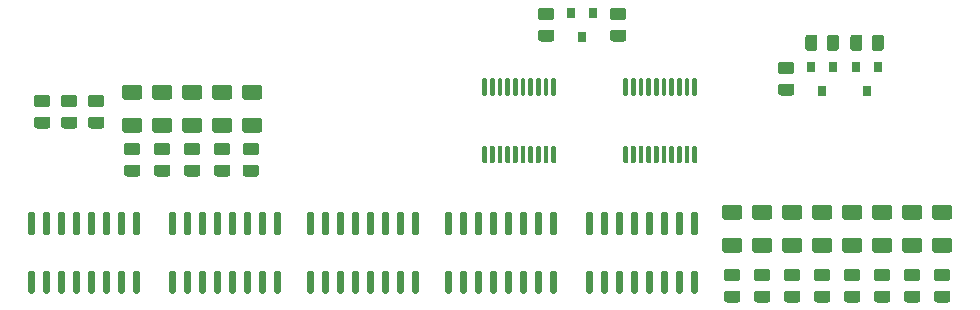
<source format=gbr>
%TF.GenerationSoftware,KiCad,Pcbnew,(5.1.10-1-10_14)*%
%TF.CreationDate,2021-10-28T11:05:28-04:00*%
%TF.ProjectId,ALU-smd,414c552d-736d-4642-9e6b-696361645f70,rev?*%
%TF.SameCoordinates,Original*%
%TF.FileFunction,Paste,Top*%
%TF.FilePolarity,Positive*%
%FSLAX46Y46*%
G04 Gerber Fmt 4.6, Leading zero omitted, Abs format (unit mm)*
G04 Created by KiCad (PCBNEW (5.1.10-1-10_14)) date 2021-10-28 11:05:28*
%MOMM*%
%LPD*%
G01*
G04 APERTURE LIST*
%ADD10R,0.800000X0.900000*%
G04 APERTURE END LIST*
%TO.C,U9*%
G36*
G01*
X91890001Y-146158000D02*
X90989999Y-146158000D01*
G75*
G02*
X90740000Y-145908001I0J249999D01*
G01*
X90740000Y-145382999D01*
G75*
G02*
X90989999Y-145133000I249999J0D01*
G01*
X91890001Y-145133000D01*
G75*
G02*
X92140000Y-145382999I0J-249999D01*
G01*
X92140000Y-145908001D01*
G75*
G02*
X91890001Y-146158000I-249999J0D01*
G01*
G37*
G36*
G01*
X91890001Y-147983000D02*
X90989999Y-147983000D01*
G75*
G02*
X90740000Y-147733001I0J249999D01*
G01*
X90740000Y-147207999D01*
G75*
G02*
X90989999Y-146958000I249999J0D01*
G01*
X91890001Y-146958000D01*
G75*
G02*
X92140000Y-147207999I0J-249999D01*
G01*
X92140000Y-147733001D01*
G75*
G02*
X91890001Y-147983000I-249999J0D01*
G01*
G37*
%TD*%
%TO.C,U8*%
G36*
G01*
X92065000Y-141465000D02*
X90815000Y-141465000D01*
G75*
G02*
X90565000Y-141215000I0J250000D01*
G01*
X90565000Y-140465000D01*
G75*
G02*
X90815000Y-140215000I250000J0D01*
G01*
X92065000Y-140215000D01*
G75*
G02*
X92315000Y-140465000I0J-250000D01*
G01*
X92315000Y-141215000D01*
G75*
G02*
X92065000Y-141465000I-250000J0D01*
G01*
G37*
G36*
G01*
X92065000Y-144265000D02*
X90815000Y-144265000D01*
G75*
G02*
X90565000Y-144015000I0J250000D01*
G01*
X90565000Y-143265000D01*
G75*
G02*
X90815000Y-143015000I250000J0D01*
G01*
X92065000Y-143015000D01*
G75*
G02*
X92315000Y-143265000I0J-250000D01*
G01*
X92315000Y-144015000D01*
G75*
G02*
X92065000Y-144265000I-250000J0D01*
G01*
G37*
%TD*%
%TO.C,U4*%
G36*
G01*
X81222001Y-142094000D02*
X80321999Y-142094000D01*
G75*
G02*
X80072000Y-141844001I0J249999D01*
G01*
X80072000Y-141318999D01*
G75*
G02*
X80321999Y-141069000I249999J0D01*
G01*
X81222001Y-141069000D01*
G75*
G02*
X81472000Y-141318999I0J-249999D01*
G01*
X81472000Y-141844001D01*
G75*
G02*
X81222001Y-142094000I-249999J0D01*
G01*
G37*
G36*
G01*
X81222001Y-143919000D02*
X80321999Y-143919000D01*
G75*
G02*
X80072000Y-143669001I0J249999D01*
G01*
X80072000Y-143143999D01*
G75*
G02*
X80321999Y-142894000I249999J0D01*
G01*
X81222001Y-142894000D01*
G75*
G02*
X81472000Y-143143999I0J-249999D01*
G01*
X81472000Y-143669001D01*
G75*
G02*
X81222001Y-143919000I-249999J0D01*
G01*
G37*
%TD*%
%TO.C,U23*%
G36*
G01*
X119411000Y-145381000D02*
X119611000Y-145381000D01*
G75*
G02*
X119711000Y-145481000I0J-100000D01*
G01*
X119711000Y-146756000D01*
G75*
G02*
X119611000Y-146856000I-100000J0D01*
G01*
X119411000Y-146856000D01*
G75*
G02*
X119311000Y-146756000I0J100000D01*
G01*
X119311000Y-145481000D01*
G75*
G02*
X119411000Y-145381000I100000J0D01*
G01*
G37*
G36*
G01*
X118761000Y-145381000D02*
X118961000Y-145381000D01*
G75*
G02*
X119061000Y-145481000I0J-100000D01*
G01*
X119061000Y-146756000D01*
G75*
G02*
X118961000Y-146856000I-100000J0D01*
G01*
X118761000Y-146856000D01*
G75*
G02*
X118661000Y-146756000I0J100000D01*
G01*
X118661000Y-145481000D01*
G75*
G02*
X118761000Y-145381000I100000J0D01*
G01*
G37*
G36*
G01*
X118111000Y-145381000D02*
X118311000Y-145381000D01*
G75*
G02*
X118411000Y-145481000I0J-100000D01*
G01*
X118411000Y-146756000D01*
G75*
G02*
X118311000Y-146856000I-100000J0D01*
G01*
X118111000Y-146856000D01*
G75*
G02*
X118011000Y-146756000I0J100000D01*
G01*
X118011000Y-145481000D01*
G75*
G02*
X118111000Y-145381000I100000J0D01*
G01*
G37*
G36*
G01*
X117461000Y-145381000D02*
X117661000Y-145381000D01*
G75*
G02*
X117761000Y-145481000I0J-100000D01*
G01*
X117761000Y-146756000D01*
G75*
G02*
X117661000Y-146856000I-100000J0D01*
G01*
X117461000Y-146856000D01*
G75*
G02*
X117361000Y-146756000I0J100000D01*
G01*
X117361000Y-145481000D01*
G75*
G02*
X117461000Y-145381000I100000J0D01*
G01*
G37*
G36*
G01*
X116811000Y-145381000D02*
X117011000Y-145381000D01*
G75*
G02*
X117111000Y-145481000I0J-100000D01*
G01*
X117111000Y-146756000D01*
G75*
G02*
X117011000Y-146856000I-100000J0D01*
G01*
X116811000Y-146856000D01*
G75*
G02*
X116711000Y-146756000I0J100000D01*
G01*
X116711000Y-145481000D01*
G75*
G02*
X116811000Y-145381000I100000J0D01*
G01*
G37*
G36*
G01*
X116161000Y-145381000D02*
X116361000Y-145381000D01*
G75*
G02*
X116461000Y-145481000I0J-100000D01*
G01*
X116461000Y-146756000D01*
G75*
G02*
X116361000Y-146856000I-100000J0D01*
G01*
X116161000Y-146856000D01*
G75*
G02*
X116061000Y-146756000I0J100000D01*
G01*
X116061000Y-145481000D01*
G75*
G02*
X116161000Y-145381000I100000J0D01*
G01*
G37*
G36*
G01*
X115511000Y-145381000D02*
X115711000Y-145381000D01*
G75*
G02*
X115811000Y-145481000I0J-100000D01*
G01*
X115811000Y-146756000D01*
G75*
G02*
X115711000Y-146856000I-100000J0D01*
G01*
X115511000Y-146856000D01*
G75*
G02*
X115411000Y-146756000I0J100000D01*
G01*
X115411000Y-145481000D01*
G75*
G02*
X115511000Y-145381000I100000J0D01*
G01*
G37*
G36*
G01*
X114861000Y-145381000D02*
X115061000Y-145381000D01*
G75*
G02*
X115161000Y-145481000I0J-100000D01*
G01*
X115161000Y-146756000D01*
G75*
G02*
X115061000Y-146856000I-100000J0D01*
G01*
X114861000Y-146856000D01*
G75*
G02*
X114761000Y-146756000I0J100000D01*
G01*
X114761000Y-145481000D01*
G75*
G02*
X114861000Y-145381000I100000J0D01*
G01*
G37*
G36*
G01*
X114211000Y-145381000D02*
X114411000Y-145381000D01*
G75*
G02*
X114511000Y-145481000I0J-100000D01*
G01*
X114511000Y-146756000D01*
G75*
G02*
X114411000Y-146856000I-100000J0D01*
G01*
X114211000Y-146856000D01*
G75*
G02*
X114111000Y-146756000I0J100000D01*
G01*
X114111000Y-145481000D01*
G75*
G02*
X114211000Y-145381000I100000J0D01*
G01*
G37*
G36*
G01*
X113561000Y-145381000D02*
X113761000Y-145381000D01*
G75*
G02*
X113861000Y-145481000I0J-100000D01*
G01*
X113861000Y-146756000D01*
G75*
G02*
X113761000Y-146856000I-100000J0D01*
G01*
X113561000Y-146856000D01*
G75*
G02*
X113461000Y-146756000I0J100000D01*
G01*
X113461000Y-145481000D01*
G75*
G02*
X113561000Y-145381000I100000J0D01*
G01*
G37*
G36*
G01*
X113561000Y-139656000D02*
X113761000Y-139656000D01*
G75*
G02*
X113861000Y-139756000I0J-100000D01*
G01*
X113861000Y-141031000D01*
G75*
G02*
X113761000Y-141131000I-100000J0D01*
G01*
X113561000Y-141131000D01*
G75*
G02*
X113461000Y-141031000I0J100000D01*
G01*
X113461000Y-139756000D01*
G75*
G02*
X113561000Y-139656000I100000J0D01*
G01*
G37*
G36*
G01*
X114211000Y-139656000D02*
X114411000Y-139656000D01*
G75*
G02*
X114511000Y-139756000I0J-100000D01*
G01*
X114511000Y-141031000D01*
G75*
G02*
X114411000Y-141131000I-100000J0D01*
G01*
X114211000Y-141131000D01*
G75*
G02*
X114111000Y-141031000I0J100000D01*
G01*
X114111000Y-139756000D01*
G75*
G02*
X114211000Y-139656000I100000J0D01*
G01*
G37*
G36*
G01*
X114861000Y-139656000D02*
X115061000Y-139656000D01*
G75*
G02*
X115161000Y-139756000I0J-100000D01*
G01*
X115161000Y-141031000D01*
G75*
G02*
X115061000Y-141131000I-100000J0D01*
G01*
X114861000Y-141131000D01*
G75*
G02*
X114761000Y-141031000I0J100000D01*
G01*
X114761000Y-139756000D01*
G75*
G02*
X114861000Y-139656000I100000J0D01*
G01*
G37*
G36*
G01*
X115511000Y-139656000D02*
X115711000Y-139656000D01*
G75*
G02*
X115811000Y-139756000I0J-100000D01*
G01*
X115811000Y-141031000D01*
G75*
G02*
X115711000Y-141131000I-100000J0D01*
G01*
X115511000Y-141131000D01*
G75*
G02*
X115411000Y-141031000I0J100000D01*
G01*
X115411000Y-139756000D01*
G75*
G02*
X115511000Y-139656000I100000J0D01*
G01*
G37*
G36*
G01*
X116161000Y-139656000D02*
X116361000Y-139656000D01*
G75*
G02*
X116461000Y-139756000I0J-100000D01*
G01*
X116461000Y-141031000D01*
G75*
G02*
X116361000Y-141131000I-100000J0D01*
G01*
X116161000Y-141131000D01*
G75*
G02*
X116061000Y-141031000I0J100000D01*
G01*
X116061000Y-139756000D01*
G75*
G02*
X116161000Y-139656000I100000J0D01*
G01*
G37*
G36*
G01*
X116811000Y-139656000D02*
X117011000Y-139656000D01*
G75*
G02*
X117111000Y-139756000I0J-100000D01*
G01*
X117111000Y-141031000D01*
G75*
G02*
X117011000Y-141131000I-100000J0D01*
G01*
X116811000Y-141131000D01*
G75*
G02*
X116711000Y-141031000I0J100000D01*
G01*
X116711000Y-139756000D01*
G75*
G02*
X116811000Y-139656000I100000J0D01*
G01*
G37*
G36*
G01*
X117461000Y-139656000D02*
X117661000Y-139656000D01*
G75*
G02*
X117761000Y-139756000I0J-100000D01*
G01*
X117761000Y-141031000D01*
G75*
G02*
X117661000Y-141131000I-100000J0D01*
G01*
X117461000Y-141131000D01*
G75*
G02*
X117361000Y-141031000I0J100000D01*
G01*
X117361000Y-139756000D01*
G75*
G02*
X117461000Y-139656000I100000J0D01*
G01*
G37*
G36*
G01*
X118111000Y-139656000D02*
X118311000Y-139656000D01*
G75*
G02*
X118411000Y-139756000I0J-100000D01*
G01*
X118411000Y-141031000D01*
G75*
G02*
X118311000Y-141131000I-100000J0D01*
G01*
X118111000Y-141131000D01*
G75*
G02*
X118011000Y-141031000I0J100000D01*
G01*
X118011000Y-139756000D01*
G75*
G02*
X118111000Y-139656000I100000J0D01*
G01*
G37*
G36*
G01*
X118761000Y-139656000D02*
X118961000Y-139656000D01*
G75*
G02*
X119061000Y-139756000I0J-100000D01*
G01*
X119061000Y-141031000D01*
G75*
G02*
X118961000Y-141131000I-100000J0D01*
G01*
X118761000Y-141131000D01*
G75*
G02*
X118661000Y-141031000I0J100000D01*
G01*
X118661000Y-139756000D01*
G75*
G02*
X118761000Y-139656000I100000J0D01*
G01*
G37*
G36*
G01*
X119411000Y-139656000D02*
X119611000Y-139656000D01*
G75*
G02*
X119711000Y-139756000I0J-100000D01*
G01*
X119711000Y-141031000D01*
G75*
G02*
X119611000Y-141131000I-100000J0D01*
G01*
X119411000Y-141131000D01*
G75*
G02*
X119311000Y-141031000I0J100000D01*
G01*
X119311000Y-139756000D01*
G75*
G02*
X119411000Y-139656000I100000J0D01*
G01*
G37*
%TD*%
%TO.C,U7*%
G36*
G01*
X94326501Y-146158000D02*
X93426499Y-146158000D01*
G75*
G02*
X93176500Y-145908001I0J249999D01*
G01*
X93176500Y-145382999D01*
G75*
G02*
X93426499Y-145133000I249999J0D01*
G01*
X94326501Y-145133000D01*
G75*
G02*
X94576500Y-145382999I0J-249999D01*
G01*
X94576500Y-145908001D01*
G75*
G02*
X94326501Y-146158000I-249999J0D01*
G01*
G37*
G36*
G01*
X94326501Y-147983000D02*
X93426499Y-147983000D01*
G75*
G02*
X93176500Y-147733001I0J249999D01*
G01*
X93176500Y-147207999D01*
G75*
G02*
X93426499Y-146958000I249999J0D01*
G01*
X94326501Y-146958000D01*
G75*
G02*
X94576500Y-147207999I0J-249999D01*
G01*
X94576500Y-147733001D01*
G75*
G02*
X94326501Y-147983000I-249999J0D01*
G01*
G37*
%TD*%
%TO.C,U3*%
G36*
G01*
X94605000Y-141465000D02*
X93355000Y-141465000D01*
G75*
G02*
X93105000Y-141215000I0J250000D01*
G01*
X93105000Y-140465000D01*
G75*
G02*
X93355000Y-140215000I250000J0D01*
G01*
X94605000Y-140215000D01*
G75*
G02*
X94855000Y-140465000I0J-250000D01*
G01*
X94855000Y-141215000D01*
G75*
G02*
X94605000Y-141465000I-250000J0D01*
G01*
G37*
G36*
G01*
X94605000Y-144265000D02*
X93355000Y-144265000D01*
G75*
G02*
X93105000Y-144015000I0J250000D01*
G01*
X93105000Y-143265000D01*
G75*
G02*
X93355000Y-143015000I250000J0D01*
G01*
X94605000Y-143015000D01*
G75*
G02*
X94855000Y-143265000I0J-250000D01*
G01*
X94855000Y-144015000D01*
G75*
G02*
X94605000Y-144265000I-250000J0D01*
G01*
G37*
%TD*%
%TO.C,U2*%
G36*
G01*
X84270001Y-146158000D02*
X83369999Y-146158000D01*
G75*
G02*
X83120000Y-145908001I0J249999D01*
G01*
X83120000Y-145382999D01*
G75*
G02*
X83369999Y-145133000I249999J0D01*
G01*
X84270001Y-145133000D01*
G75*
G02*
X84520000Y-145382999I0J-249999D01*
G01*
X84520000Y-145908001D01*
G75*
G02*
X84270001Y-146158000I-249999J0D01*
G01*
G37*
G36*
G01*
X84270001Y-147983000D02*
X83369999Y-147983000D01*
G75*
G02*
X83120000Y-147733001I0J249999D01*
G01*
X83120000Y-147207999D01*
G75*
G02*
X83369999Y-146958000I249999J0D01*
G01*
X84270001Y-146958000D01*
G75*
G02*
X84520000Y-147207999I0J-249999D01*
G01*
X84520000Y-147733001D01*
G75*
G02*
X84270001Y-147983000I-249999J0D01*
G01*
G37*
%TD*%
%TO.C,U1*%
G36*
G01*
X84445000Y-141465000D02*
X83195000Y-141465000D01*
G75*
G02*
X82945000Y-141215000I0J250000D01*
G01*
X82945000Y-140465000D01*
G75*
G02*
X83195000Y-140215000I250000J0D01*
G01*
X84445000Y-140215000D01*
G75*
G02*
X84695000Y-140465000I0J-250000D01*
G01*
X84695000Y-141215000D01*
G75*
G02*
X84445000Y-141465000I-250000J0D01*
G01*
G37*
G36*
G01*
X84445000Y-144265000D02*
X83195000Y-144265000D01*
G75*
G02*
X82945000Y-144015000I0J250000D01*
G01*
X82945000Y-143265000D01*
G75*
G02*
X83195000Y-143015000I250000J0D01*
G01*
X84445000Y-143015000D01*
G75*
G02*
X84695000Y-143265000I0J-250000D01*
G01*
X84695000Y-144015000D01*
G75*
G02*
X84445000Y-144265000I-250000J0D01*
G01*
G37*
%TD*%
%TO.C,U41*%
G36*
G01*
X86810001Y-146158000D02*
X85909999Y-146158000D01*
G75*
G02*
X85660000Y-145908001I0J249999D01*
G01*
X85660000Y-145382999D01*
G75*
G02*
X85909999Y-145133000I249999J0D01*
G01*
X86810001Y-145133000D01*
G75*
G02*
X87060000Y-145382999I0J-249999D01*
G01*
X87060000Y-145908001D01*
G75*
G02*
X86810001Y-146158000I-249999J0D01*
G01*
G37*
G36*
G01*
X86810001Y-147983000D02*
X85909999Y-147983000D01*
G75*
G02*
X85660000Y-147733001I0J249999D01*
G01*
X85660000Y-147207999D01*
G75*
G02*
X85909999Y-146958000I249999J0D01*
G01*
X86810001Y-146958000D01*
G75*
G02*
X87060000Y-147207999I0J-249999D01*
G01*
X87060000Y-147733001D01*
G75*
G02*
X86810001Y-147983000I-249999J0D01*
G01*
G37*
%TD*%
%TO.C,U40*%
G36*
G01*
X89350001Y-146158000D02*
X88449999Y-146158000D01*
G75*
G02*
X88200000Y-145908001I0J249999D01*
G01*
X88200000Y-145382999D01*
G75*
G02*
X88449999Y-145133000I249999J0D01*
G01*
X89350001Y-145133000D01*
G75*
G02*
X89600000Y-145382999I0J-249999D01*
G01*
X89600000Y-145908001D01*
G75*
G02*
X89350001Y-146158000I-249999J0D01*
G01*
G37*
G36*
G01*
X89350001Y-147983000D02*
X88449999Y-147983000D01*
G75*
G02*
X88200000Y-147733001I0J249999D01*
G01*
X88200000Y-147207999D01*
G75*
G02*
X88449999Y-146958000I249999J0D01*
G01*
X89350001Y-146958000D01*
G75*
G02*
X89600000Y-147207999I0J-249999D01*
G01*
X89600000Y-147733001D01*
G75*
G02*
X89350001Y-147983000I-249999J0D01*
G01*
G37*
%TD*%
%TO.C,U6*%
G36*
G01*
X78936001Y-142094000D02*
X78035999Y-142094000D01*
G75*
G02*
X77786000Y-141844001I0J249999D01*
G01*
X77786000Y-141318999D01*
G75*
G02*
X78035999Y-141069000I249999J0D01*
G01*
X78936001Y-141069000D01*
G75*
G02*
X79186000Y-141318999I0J-249999D01*
G01*
X79186000Y-141844001D01*
G75*
G02*
X78936001Y-142094000I-249999J0D01*
G01*
G37*
G36*
G01*
X78936001Y-143919000D02*
X78035999Y-143919000D01*
G75*
G02*
X77786000Y-143669001I0J249999D01*
G01*
X77786000Y-143143999D01*
G75*
G02*
X78035999Y-142894000I249999J0D01*
G01*
X78936001Y-142894000D01*
G75*
G02*
X79186000Y-143143999I0J-249999D01*
G01*
X79186000Y-143669001D01*
G75*
G02*
X78936001Y-143919000I-249999J0D01*
G01*
G37*
%TD*%
%TO.C,U5*%
G36*
G01*
X75749999Y-142894000D02*
X76650001Y-142894000D01*
G75*
G02*
X76900000Y-143143999I0J-249999D01*
G01*
X76900000Y-143669001D01*
G75*
G02*
X76650001Y-143919000I-249999J0D01*
G01*
X75749999Y-143919000D01*
G75*
G02*
X75500000Y-143669001I0J249999D01*
G01*
X75500000Y-143143999D01*
G75*
G02*
X75749999Y-142894000I249999J0D01*
G01*
G37*
G36*
G01*
X75749999Y-141069000D02*
X76650001Y-141069000D01*
G75*
G02*
X76900000Y-141318999I0J-249999D01*
G01*
X76900000Y-141844001D01*
G75*
G02*
X76650001Y-142094000I-249999J0D01*
G01*
X75749999Y-142094000D01*
G75*
G02*
X75500000Y-141844001I0J249999D01*
G01*
X75500000Y-141318999D01*
G75*
G02*
X75749999Y-141069000I249999J0D01*
G01*
G37*
%TD*%
%TO.C,R8*%
G36*
G01*
X151949999Y-157626000D02*
X152850001Y-157626000D01*
G75*
G02*
X153100000Y-157875999I0J-249999D01*
G01*
X153100000Y-158401001D01*
G75*
G02*
X152850001Y-158651000I-249999J0D01*
G01*
X151949999Y-158651000D01*
G75*
G02*
X151700000Y-158401001I0J249999D01*
G01*
X151700000Y-157875999D01*
G75*
G02*
X151949999Y-157626000I249999J0D01*
G01*
G37*
G36*
G01*
X151949999Y-155801000D02*
X152850001Y-155801000D01*
G75*
G02*
X153100000Y-156050999I0J-249999D01*
G01*
X153100000Y-156576001D01*
G75*
G02*
X152850001Y-156826000I-249999J0D01*
G01*
X151949999Y-156826000D01*
G75*
G02*
X151700000Y-156576001I0J249999D01*
G01*
X151700000Y-156050999D01*
G75*
G02*
X151949999Y-155801000I249999J0D01*
G01*
G37*
%TD*%
%TO.C,R7*%
G36*
G01*
X149409999Y-157626000D02*
X150310001Y-157626000D01*
G75*
G02*
X150560000Y-157875999I0J-249999D01*
G01*
X150560000Y-158401001D01*
G75*
G02*
X150310001Y-158651000I-249999J0D01*
G01*
X149409999Y-158651000D01*
G75*
G02*
X149160000Y-158401001I0J249999D01*
G01*
X149160000Y-157875999D01*
G75*
G02*
X149409999Y-157626000I249999J0D01*
G01*
G37*
G36*
G01*
X149409999Y-155801000D02*
X150310001Y-155801000D01*
G75*
G02*
X150560000Y-156050999I0J-249999D01*
G01*
X150560000Y-156576001D01*
G75*
G02*
X150310001Y-156826000I-249999J0D01*
G01*
X149409999Y-156826000D01*
G75*
G02*
X149160000Y-156576001I0J249999D01*
G01*
X149160000Y-156050999D01*
G75*
G02*
X149409999Y-155801000I249999J0D01*
G01*
G37*
%TD*%
%TO.C,R6*%
G36*
G01*
X146869999Y-157626000D02*
X147770001Y-157626000D01*
G75*
G02*
X148020000Y-157875999I0J-249999D01*
G01*
X148020000Y-158401001D01*
G75*
G02*
X147770001Y-158651000I-249999J0D01*
G01*
X146869999Y-158651000D01*
G75*
G02*
X146620000Y-158401001I0J249999D01*
G01*
X146620000Y-157875999D01*
G75*
G02*
X146869999Y-157626000I249999J0D01*
G01*
G37*
G36*
G01*
X146869999Y-155801000D02*
X147770001Y-155801000D01*
G75*
G02*
X148020000Y-156050999I0J-249999D01*
G01*
X148020000Y-156576001D01*
G75*
G02*
X147770001Y-156826000I-249999J0D01*
G01*
X146869999Y-156826000D01*
G75*
G02*
X146620000Y-156576001I0J249999D01*
G01*
X146620000Y-156050999D01*
G75*
G02*
X146869999Y-155801000I249999J0D01*
G01*
G37*
%TD*%
%TO.C,R5*%
G36*
G01*
X144329999Y-157626000D02*
X145230001Y-157626000D01*
G75*
G02*
X145480000Y-157875999I0J-249999D01*
G01*
X145480000Y-158401001D01*
G75*
G02*
X145230001Y-158651000I-249999J0D01*
G01*
X144329999Y-158651000D01*
G75*
G02*
X144080000Y-158401001I0J249999D01*
G01*
X144080000Y-157875999D01*
G75*
G02*
X144329999Y-157626000I249999J0D01*
G01*
G37*
G36*
G01*
X144329999Y-155801000D02*
X145230001Y-155801000D01*
G75*
G02*
X145480000Y-156050999I0J-249999D01*
G01*
X145480000Y-156576001D01*
G75*
G02*
X145230001Y-156826000I-249999J0D01*
G01*
X144329999Y-156826000D01*
G75*
G02*
X144080000Y-156576001I0J249999D01*
G01*
X144080000Y-156050999D01*
G75*
G02*
X144329999Y-155801000I249999J0D01*
G01*
G37*
%TD*%
%TO.C,R4*%
G36*
G01*
X141789999Y-157626000D02*
X142690001Y-157626000D01*
G75*
G02*
X142940000Y-157875999I0J-249999D01*
G01*
X142940000Y-158401001D01*
G75*
G02*
X142690001Y-158651000I-249999J0D01*
G01*
X141789999Y-158651000D01*
G75*
G02*
X141540000Y-158401001I0J249999D01*
G01*
X141540000Y-157875999D01*
G75*
G02*
X141789999Y-157626000I249999J0D01*
G01*
G37*
G36*
G01*
X141789999Y-155801000D02*
X142690001Y-155801000D01*
G75*
G02*
X142940000Y-156050999I0J-249999D01*
G01*
X142940000Y-156576001D01*
G75*
G02*
X142690001Y-156826000I-249999J0D01*
G01*
X141789999Y-156826000D01*
G75*
G02*
X141540000Y-156576001I0J249999D01*
G01*
X141540000Y-156050999D01*
G75*
G02*
X141789999Y-155801000I249999J0D01*
G01*
G37*
%TD*%
%TO.C,R3*%
G36*
G01*
X139249999Y-157626000D02*
X140150001Y-157626000D01*
G75*
G02*
X140400000Y-157875999I0J-249999D01*
G01*
X140400000Y-158401001D01*
G75*
G02*
X140150001Y-158651000I-249999J0D01*
G01*
X139249999Y-158651000D01*
G75*
G02*
X139000000Y-158401001I0J249999D01*
G01*
X139000000Y-157875999D01*
G75*
G02*
X139249999Y-157626000I249999J0D01*
G01*
G37*
G36*
G01*
X139249999Y-155801000D02*
X140150001Y-155801000D01*
G75*
G02*
X140400000Y-156050999I0J-249999D01*
G01*
X140400000Y-156576001D01*
G75*
G02*
X140150001Y-156826000I-249999J0D01*
G01*
X139249999Y-156826000D01*
G75*
G02*
X139000000Y-156576001I0J249999D01*
G01*
X139000000Y-156050999D01*
G75*
G02*
X139249999Y-155801000I249999J0D01*
G01*
G37*
%TD*%
%TO.C,R2*%
G36*
G01*
X136709999Y-157626000D02*
X137610001Y-157626000D01*
G75*
G02*
X137860000Y-157875999I0J-249999D01*
G01*
X137860000Y-158401001D01*
G75*
G02*
X137610001Y-158651000I-249999J0D01*
G01*
X136709999Y-158651000D01*
G75*
G02*
X136460000Y-158401001I0J249999D01*
G01*
X136460000Y-157875999D01*
G75*
G02*
X136709999Y-157626000I249999J0D01*
G01*
G37*
G36*
G01*
X136709999Y-155801000D02*
X137610001Y-155801000D01*
G75*
G02*
X137860000Y-156050999I0J-249999D01*
G01*
X137860000Y-156576001D01*
G75*
G02*
X137610001Y-156826000I-249999J0D01*
G01*
X136709999Y-156826000D01*
G75*
G02*
X136460000Y-156576001I0J249999D01*
G01*
X136460000Y-156050999D01*
G75*
G02*
X136709999Y-155801000I249999J0D01*
G01*
G37*
%TD*%
%TO.C,R1*%
G36*
G01*
X134169999Y-157626000D02*
X135070001Y-157626000D01*
G75*
G02*
X135320000Y-157875999I0J-249999D01*
G01*
X135320000Y-158401001D01*
G75*
G02*
X135070001Y-158651000I-249999J0D01*
G01*
X134169999Y-158651000D01*
G75*
G02*
X133920000Y-158401001I0J249999D01*
G01*
X133920000Y-157875999D01*
G75*
G02*
X134169999Y-157626000I249999J0D01*
G01*
G37*
G36*
G01*
X134169999Y-155801000D02*
X135070001Y-155801000D01*
G75*
G02*
X135320000Y-156050999I0J-249999D01*
G01*
X135320000Y-156576001D01*
G75*
G02*
X135070001Y-156826000I-249999J0D01*
G01*
X134169999Y-156826000D01*
G75*
G02*
X133920000Y-156576001I0J249999D01*
G01*
X133920000Y-156050999D01*
G75*
G02*
X134169999Y-155801000I249999J0D01*
G01*
G37*
%TD*%
%TO.C,R13*%
G36*
G01*
X124517999Y-135528000D02*
X125418001Y-135528000D01*
G75*
G02*
X125668000Y-135777999I0J-249999D01*
G01*
X125668000Y-136303001D01*
G75*
G02*
X125418001Y-136553000I-249999J0D01*
G01*
X124517999Y-136553000D01*
G75*
G02*
X124268000Y-136303001I0J249999D01*
G01*
X124268000Y-135777999D01*
G75*
G02*
X124517999Y-135528000I249999J0D01*
G01*
G37*
G36*
G01*
X124517999Y-133703000D02*
X125418001Y-133703000D01*
G75*
G02*
X125668000Y-133952999I0J-249999D01*
G01*
X125668000Y-134478001D01*
G75*
G02*
X125418001Y-134728000I-249999J0D01*
G01*
X124517999Y-134728000D01*
G75*
G02*
X124268000Y-134478001I0J249999D01*
G01*
X124268000Y-133952999D01*
G75*
G02*
X124517999Y-133703000I249999J0D01*
G01*
G37*
%TD*%
%TO.C,R12*%
G36*
G01*
X119322001Y-134728000D02*
X118421999Y-134728000D01*
G75*
G02*
X118172000Y-134478001I0J249999D01*
G01*
X118172000Y-133952999D01*
G75*
G02*
X118421999Y-133703000I249999J0D01*
G01*
X119322001Y-133703000D01*
G75*
G02*
X119572000Y-133952999I0J-249999D01*
G01*
X119572000Y-134478001D01*
G75*
G02*
X119322001Y-134728000I-249999J0D01*
G01*
G37*
G36*
G01*
X119322001Y-136553000D02*
X118421999Y-136553000D01*
G75*
G02*
X118172000Y-136303001I0J249999D01*
G01*
X118172000Y-135777999D01*
G75*
G02*
X118421999Y-135528000I249999J0D01*
G01*
X119322001Y-135528000D01*
G75*
G02*
X119572000Y-135777999I0J-249999D01*
G01*
X119572000Y-136303001D01*
G75*
G02*
X119322001Y-136553000I-249999J0D01*
G01*
G37*
%TD*%
%TO.C,R11*%
G36*
G01*
X145650000Y-136201999D02*
X145650000Y-137102001D01*
G75*
G02*
X145400001Y-137352000I-249999J0D01*
G01*
X144874999Y-137352000D01*
G75*
G02*
X144625000Y-137102001I0J249999D01*
G01*
X144625000Y-136201999D01*
G75*
G02*
X144874999Y-135952000I249999J0D01*
G01*
X145400001Y-135952000D01*
G75*
G02*
X145650000Y-136201999I0J-249999D01*
G01*
G37*
G36*
G01*
X147475000Y-136201999D02*
X147475000Y-137102001D01*
G75*
G02*
X147225001Y-137352000I-249999J0D01*
G01*
X146699999Y-137352000D01*
G75*
G02*
X146450000Y-137102001I0J249999D01*
G01*
X146450000Y-136201999D01*
G75*
G02*
X146699999Y-135952000I249999J0D01*
G01*
X147225001Y-135952000D01*
G75*
G02*
X147475000Y-136201999I0J-249999D01*
G01*
G37*
%TD*%
%TO.C,R10*%
G36*
G01*
X139642001Y-139300000D02*
X138741999Y-139300000D01*
G75*
G02*
X138492000Y-139050001I0J249999D01*
G01*
X138492000Y-138524999D01*
G75*
G02*
X138741999Y-138275000I249999J0D01*
G01*
X139642001Y-138275000D01*
G75*
G02*
X139892000Y-138524999I0J-249999D01*
G01*
X139892000Y-139050001D01*
G75*
G02*
X139642001Y-139300000I-249999J0D01*
G01*
G37*
G36*
G01*
X139642001Y-141125000D02*
X138741999Y-141125000D01*
G75*
G02*
X138492000Y-140875001I0J249999D01*
G01*
X138492000Y-140349999D01*
G75*
G02*
X138741999Y-140100000I249999J0D01*
G01*
X139642001Y-140100000D01*
G75*
G02*
X139892000Y-140349999I0J-249999D01*
G01*
X139892000Y-140875001D01*
G75*
G02*
X139642001Y-141125000I-249999J0D01*
G01*
G37*
%TD*%
%TO.C,R9*%
G36*
G01*
X141840000Y-136201999D02*
X141840000Y-137102001D01*
G75*
G02*
X141590001Y-137352000I-249999J0D01*
G01*
X141064999Y-137352000D01*
G75*
G02*
X140815000Y-137102001I0J249999D01*
G01*
X140815000Y-136201999D01*
G75*
G02*
X141064999Y-135952000I249999J0D01*
G01*
X141590001Y-135952000D01*
G75*
G02*
X141840000Y-136201999I0J-249999D01*
G01*
G37*
G36*
G01*
X143665000Y-136201999D02*
X143665000Y-137102001D01*
G75*
G02*
X143415001Y-137352000I-249999J0D01*
G01*
X142889999Y-137352000D01*
G75*
G02*
X142640000Y-137102001I0J249999D01*
G01*
X142640000Y-136201999D01*
G75*
G02*
X142889999Y-135952000I249999J0D01*
G01*
X143415001Y-135952000D01*
G75*
G02*
X143665000Y-136201999I0J-249999D01*
G01*
G37*
%TD*%
%TO.C,U39*%
G36*
G01*
X86985000Y-144265000D02*
X85735000Y-144265000D01*
G75*
G02*
X85485000Y-144015000I0J250000D01*
G01*
X85485000Y-143265000D01*
G75*
G02*
X85735000Y-143015000I250000J0D01*
G01*
X86985000Y-143015000D01*
G75*
G02*
X87235000Y-143265000I0J-250000D01*
G01*
X87235000Y-144015000D01*
G75*
G02*
X86985000Y-144265000I-250000J0D01*
G01*
G37*
G36*
G01*
X86985000Y-141465000D02*
X85735000Y-141465000D01*
G75*
G02*
X85485000Y-141215000I0J250000D01*
G01*
X85485000Y-140465000D01*
G75*
G02*
X85735000Y-140215000I250000J0D01*
G01*
X86985000Y-140215000D01*
G75*
G02*
X87235000Y-140465000I0J-250000D01*
G01*
X87235000Y-141215000D01*
G75*
G02*
X86985000Y-141465000I-250000J0D01*
G01*
G37*
%TD*%
D10*
%TO.C,Q3*%
X122870000Y-134128000D03*
X120970000Y-134128000D03*
X121920000Y-136128000D03*
%TD*%
%TO.C,U38*%
G36*
G01*
X89525000Y-144265000D02*
X88275000Y-144265000D01*
G75*
G02*
X88025000Y-144015000I0J250000D01*
G01*
X88025000Y-143265000D01*
G75*
G02*
X88275000Y-143015000I250000J0D01*
G01*
X89525000Y-143015000D01*
G75*
G02*
X89775000Y-143265000I0J-250000D01*
G01*
X89775000Y-144015000D01*
G75*
G02*
X89525000Y-144265000I-250000J0D01*
G01*
G37*
G36*
G01*
X89525000Y-141465000D02*
X88275000Y-141465000D01*
G75*
G02*
X88025000Y-141215000I0J250000D01*
G01*
X88025000Y-140465000D01*
G75*
G02*
X88275000Y-140215000I250000J0D01*
G01*
X89525000Y-140215000D01*
G75*
G02*
X89775000Y-140465000I0J-250000D01*
G01*
X89775000Y-141215000D01*
G75*
G02*
X89525000Y-141465000I-250000J0D01*
G01*
G37*
%TD*%
%TO.C,U32*%
G36*
G01*
X153025000Y-154425000D02*
X151775000Y-154425000D01*
G75*
G02*
X151525000Y-154175000I0J250000D01*
G01*
X151525000Y-153425000D01*
G75*
G02*
X151775000Y-153175000I250000J0D01*
G01*
X153025000Y-153175000D01*
G75*
G02*
X153275000Y-153425000I0J-250000D01*
G01*
X153275000Y-154175000D01*
G75*
G02*
X153025000Y-154425000I-250000J0D01*
G01*
G37*
G36*
G01*
X153025000Y-151625000D02*
X151775000Y-151625000D01*
G75*
G02*
X151525000Y-151375000I0J250000D01*
G01*
X151525000Y-150625000D01*
G75*
G02*
X151775000Y-150375000I250000J0D01*
G01*
X153025000Y-150375000D01*
G75*
G02*
X153275000Y-150625000I0J-250000D01*
G01*
X153275000Y-151375000D01*
G75*
G02*
X153025000Y-151625000I-250000J0D01*
G01*
G37*
%TD*%
%TO.C,U24*%
G36*
G01*
X125699000Y-146856000D02*
X125499000Y-146856000D01*
G75*
G02*
X125399000Y-146756000I0J100000D01*
G01*
X125399000Y-145481000D01*
G75*
G02*
X125499000Y-145381000I100000J0D01*
G01*
X125699000Y-145381000D01*
G75*
G02*
X125799000Y-145481000I0J-100000D01*
G01*
X125799000Y-146756000D01*
G75*
G02*
X125699000Y-146856000I-100000J0D01*
G01*
G37*
G36*
G01*
X126349000Y-146856000D02*
X126149000Y-146856000D01*
G75*
G02*
X126049000Y-146756000I0J100000D01*
G01*
X126049000Y-145481000D01*
G75*
G02*
X126149000Y-145381000I100000J0D01*
G01*
X126349000Y-145381000D01*
G75*
G02*
X126449000Y-145481000I0J-100000D01*
G01*
X126449000Y-146756000D01*
G75*
G02*
X126349000Y-146856000I-100000J0D01*
G01*
G37*
G36*
G01*
X126999000Y-146856000D02*
X126799000Y-146856000D01*
G75*
G02*
X126699000Y-146756000I0J100000D01*
G01*
X126699000Y-145481000D01*
G75*
G02*
X126799000Y-145381000I100000J0D01*
G01*
X126999000Y-145381000D01*
G75*
G02*
X127099000Y-145481000I0J-100000D01*
G01*
X127099000Y-146756000D01*
G75*
G02*
X126999000Y-146856000I-100000J0D01*
G01*
G37*
G36*
G01*
X127649000Y-146856000D02*
X127449000Y-146856000D01*
G75*
G02*
X127349000Y-146756000I0J100000D01*
G01*
X127349000Y-145481000D01*
G75*
G02*
X127449000Y-145381000I100000J0D01*
G01*
X127649000Y-145381000D01*
G75*
G02*
X127749000Y-145481000I0J-100000D01*
G01*
X127749000Y-146756000D01*
G75*
G02*
X127649000Y-146856000I-100000J0D01*
G01*
G37*
G36*
G01*
X128299000Y-146856000D02*
X128099000Y-146856000D01*
G75*
G02*
X127999000Y-146756000I0J100000D01*
G01*
X127999000Y-145481000D01*
G75*
G02*
X128099000Y-145381000I100000J0D01*
G01*
X128299000Y-145381000D01*
G75*
G02*
X128399000Y-145481000I0J-100000D01*
G01*
X128399000Y-146756000D01*
G75*
G02*
X128299000Y-146856000I-100000J0D01*
G01*
G37*
G36*
G01*
X128949000Y-146856000D02*
X128749000Y-146856000D01*
G75*
G02*
X128649000Y-146756000I0J100000D01*
G01*
X128649000Y-145481000D01*
G75*
G02*
X128749000Y-145381000I100000J0D01*
G01*
X128949000Y-145381000D01*
G75*
G02*
X129049000Y-145481000I0J-100000D01*
G01*
X129049000Y-146756000D01*
G75*
G02*
X128949000Y-146856000I-100000J0D01*
G01*
G37*
G36*
G01*
X129599000Y-146856000D02*
X129399000Y-146856000D01*
G75*
G02*
X129299000Y-146756000I0J100000D01*
G01*
X129299000Y-145481000D01*
G75*
G02*
X129399000Y-145381000I100000J0D01*
G01*
X129599000Y-145381000D01*
G75*
G02*
X129699000Y-145481000I0J-100000D01*
G01*
X129699000Y-146756000D01*
G75*
G02*
X129599000Y-146856000I-100000J0D01*
G01*
G37*
G36*
G01*
X130249000Y-146856000D02*
X130049000Y-146856000D01*
G75*
G02*
X129949000Y-146756000I0J100000D01*
G01*
X129949000Y-145481000D01*
G75*
G02*
X130049000Y-145381000I100000J0D01*
G01*
X130249000Y-145381000D01*
G75*
G02*
X130349000Y-145481000I0J-100000D01*
G01*
X130349000Y-146756000D01*
G75*
G02*
X130249000Y-146856000I-100000J0D01*
G01*
G37*
G36*
G01*
X130899000Y-146856000D02*
X130699000Y-146856000D01*
G75*
G02*
X130599000Y-146756000I0J100000D01*
G01*
X130599000Y-145481000D01*
G75*
G02*
X130699000Y-145381000I100000J0D01*
G01*
X130899000Y-145381000D01*
G75*
G02*
X130999000Y-145481000I0J-100000D01*
G01*
X130999000Y-146756000D01*
G75*
G02*
X130899000Y-146856000I-100000J0D01*
G01*
G37*
G36*
G01*
X131549000Y-146856000D02*
X131349000Y-146856000D01*
G75*
G02*
X131249000Y-146756000I0J100000D01*
G01*
X131249000Y-145481000D01*
G75*
G02*
X131349000Y-145381000I100000J0D01*
G01*
X131549000Y-145381000D01*
G75*
G02*
X131649000Y-145481000I0J-100000D01*
G01*
X131649000Y-146756000D01*
G75*
G02*
X131549000Y-146856000I-100000J0D01*
G01*
G37*
G36*
G01*
X131549000Y-141131000D02*
X131349000Y-141131000D01*
G75*
G02*
X131249000Y-141031000I0J100000D01*
G01*
X131249000Y-139756000D01*
G75*
G02*
X131349000Y-139656000I100000J0D01*
G01*
X131549000Y-139656000D01*
G75*
G02*
X131649000Y-139756000I0J-100000D01*
G01*
X131649000Y-141031000D01*
G75*
G02*
X131549000Y-141131000I-100000J0D01*
G01*
G37*
G36*
G01*
X130899000Y-141131000D02*
X130699000Y-141131000D01*
G75*
G02*
X130599000Y-141031000I0J100000D01*
G01*
X130599000Y-139756000D01*
G75*
G02*
X130699000Y-139656000I100000J0D01*
G01*
X130899000Y-139656000D01*
G75*
G02*
X130999000Y-139756000I0J-100000D01*
G01*
X130999000Y-141031000D01*
G75*
G02*
X130899000Y-141131000I-100000J0D01*
G01*
G37*
G36*
G01*
X130249000Y-141131000D02*
X130049000Y-141131000D01*
G75*
G02*
X129949000Y-141031000I0J100000D01*
G01*
X129949000Y-139756000D01*
G75*
G02*
X130049000Y-139656000I100000J0D01*
G01*
X130249000Y-139656000D01*
G75*
G02*
X130349000Y-139756000I0J-100000D01*
G01*
X130349000Y-141031000D01*
G75*
G02*
X130249000Y-141131000I-100000J0D01*
G01*
G37*
G36*
G01*
X129599000Y-141131000D02*
X129399000Y-141131000D01*
G75*
G02*
X129299000Y-141031000I0J100000D01*
G01*
X129299000Y-139756000D01*
G75*
G02*
X129399000Y-139656000I100000J0D01*
G01*
X129599000Y-139656000D01*
G75*
G02*
X129699000Y-139756000I0J-100000D01*
G01*
X129699000Y-141031000D01*
G75*
G02*
X129599000Y-141131000I-100000J0D01*
G01*
G37*
G36*
G01*
X128949000Y-141131000D02*
X128749000Y-141131000D01*
G75*
G02*
X128649000Y-141031000I0J100000D01*
G01*
X128649000Y-139756000D01*
G75*
G02*
X128749000Y-139656000I100000J0D01*
G01*
X128949000Y-139656000D01*
G75*
G02*
X129049000Y-139756000I0J-100000D01*
G01*
X129049000Y-141031000D01*
G75*
G02*
X128949000Y-141131000I-100000J0D01*
G01*
G37*
G36*
G01*
X128299000Y-141131000D02*
X128099000Y-141131000D01*
G75*
G02*
X127999000Y-141031000I0J100000D01*
G01*
X127999000Y-139756000D01*
G75*
G02*
X128099000Y-139656000I100000J0D01*
G01*
X128299000Y-139656000D01*
G75*
G02*
X128399000Y-139756000I0J-100000D01*
G01*
X128399000Y-141031000D01*
G75*
G02*
X128299000Y-141131000I-100000J0D01*
G01*
G37*
G36*
G01*
X127649000Y-141131000D02*
X127449000Y-141131000D01*
G75*
G02*
X127349000Y-141031000I0J100000D01*
G01*
X127349000Y-139756000D01*
G75*
G02*
X127449000Y-139656000I100000J0D01*
G01*
X127649000Y-139656000D01*
G75*
G02*
X127749000Y-139756000I0J-100000D01*
G01*
X127749000Y-141031000D01*
G75*
G02*
X127649000Y-141131000I-100000J0D01*
G01*
G37*
G36*
G01*
X126999000Y-141131000D02*
X126799000Y-141131000D01*
G75*
G02*
X126699000Y-141031000I0J100000D01*
G01*
X126699000Y-139756000D01*
G75*
G02*
X126799000Y-139656000I100000J0D01*
G01*
X126999000Y-139656000D01*
G75*
G02*
X127099000Y-139756000I0J-100000D01*
G01*
X127099000Y-141031000D01*
G75*
G02*
X126999000Y-141131000I-100000J0D01*
G01*
G37*
G36*
G01*
X126349000Y-141131000D02*
X126149000Y-141131000D01*
G75*
G02*
X126049000Y-141031000I0J100000D01*
G01*
X126049000Y-139756000D01*
G75*
G02*
X126149000Y-139656000I100000J0D01*
G01*
X126349000Y-139656000D01*
G75*
G02*
X126449000Y-139756000I0J-100000D01*
G01*
X126449000Y-141031000D01*
G75*
G02*
X126349000Y-141131000I-100000J0D01*
G01*
G37*
G36*
G01*
X125699000Y-141131000D02*
X125499000Y-141131000D01*
G75*
G02*
X125399000Y-141031000I0J100000D01*
G01*
X125399000Y-139756000D01*
G75*
G02*
X125499000Y-139656000I100000J0D01*
G01*
X125699000Y-139656000D01*
G75*
G02*
X125799000Y-139756000I0J-100000D01*
G01*
X125799000Y-141031000D01*
G75*
G02*
X125699000Y-141131000I-100000J0D01*
G01*
G37*
%TD*%
%TO.C,U26*%
G36*
G01*
X137785000Y-154425000D02*
X136535000Y-154425000D01*
G75*
G02*
X136285000Y-154175000I0J250000D01*
G01*
X136285000Y-153425000D01*
G75*
G02*
X136535000Y-153175000I250000J0D01*
G01*
X137785000Y-153175000D01*
G75*
G02*
X138035000Y-153425000I0J-250000D01*
G01*
X138035000Y-154175000D01*
G75*
G02*
X137785000Y-154425000I-250000J0D01*
G01*
G37*
G36*
G01*
X137785000Y-151625000D02*
X136535000Y-151625000D01*
G75*
G02*
X136285000Y-151375000I0J250000D01*
G01*
X136285000Y-150625000D01*
G75*
G02*
X136535000Y-150375000I250000J0D01*
G01*
X137785000Y-150375000D01*
G75*
G02*
X138035000Y-150625000I0J-250000D01*
G01*
X138035000Y-151375000D01*
G75*
G02*
X137785000Y-151625000I-250000J0D01*
G01*
G37*
%TD*%
%TO.C,U27*%
G36*
G01*
X140325000Y-154425000D02*
X139075000Y-154425000D01*
G75*
G02*
X138825000Y-154175000I0J250000D01*
G01*
X138825000Y-153425000D01*
G75*
G02*
X139075000Y-153175000I250000J0D01*
G01*
X140325000Y-153175000D01*
G75*
G02*
X140575000Y-153425000I0J-250000D01*
G01*
X140575000Y-154175000D01*
G75*
G02*
X140325000Y-154425000I-250000J0D01*
G01*
G37*
G36*
G01*
X140325000Y-151625000D02*
X139075000Y-151625000D01*
G75*
G02*
X138825000Y-151375000I0J250000D01*
G01*
X138825000Y-150625000D01*
G75*
G02*
X139075000Y-150375000I250000J0D01*
G01*
X140325000Y-150375000D01*
G75*
G02*
X140575000Y-150625000I0J-250000D01*
G01*
X140575000Y-151375000D01*
G75*
G02*
X140325000Y-151625000I-250000J0D01*
G01*
G37*
%TD*%
%TO.C,U28*%
G36*
G01*
X142865000Y-154425000D02*
X141615000Y-154425000D01*
G75*
G02*
X141365000Y-154175000I0J250000D01*
G01*
X141365000Y-153425000D01*
G75*
G02*
X141615000Y-153175000I250000J0D01*
G01*
X142865000Y-153175000D01*
G75*
G02*
X143115000Y-153425000I0J-250000D01*
G01*
X143115000Y-154175000D01*
G75*
G02*
X142865000Y-154425000I-250000J0D01*
G01*
G37*
G36*
G01*
X142865000Y-151625000D02*
X141615000Y-151625000D01*
G75*
G02*
X141365000Y-151375000I0J250000D01*
G01*
X141365000Y-150625000D01*
G75*
G02*
X141615000Y-150375000I250000J0D01*
G01*
X142865000Y-150375000D01*
G75*
G02*
X143115000Y-150625000I0J-250000D01*
G01*
X143115000Y-151375000D01*
G75*
G02*
X142865000Y-151625000I-250000J0D01*
G01*
G37*
%TD*%
%TO.C,U29*%
G36*
G01*
X145405000Y-154425000D02*
X144155000Y-154425000D01*
G75*
G02*
X143905000Y-154175000I0J250000D01*
G01*
X143905000Y-153425000D01*
G75*
G02*
X144155000Y-153175000I250000J0D01*
G01*
X145405000Y-153175000D01*
G75*
G02*
X145655000Y-153425000I0J-250000D01*
G01*
X145655000Y-154175000D01*
G75*
G02*
X145405000Y-154425000I-250000J0D01*
G01*
G37*
G36*
G01*
X145405000Y-151625000D02*
X144155000Y-151625000D01*
G75*
G02*
X143905000Y-151375000I0J250000D01*
G01*
X143905000Y-150625000D01*
G75*
G02*
X144155000Y-150375000I250000J0D01*
G01*
X145405000Y-150375000D01*
G75*
G02*
X145655000Y-150625000I0J-250000D01*
G01*
X145655000Y-151375000D01*
G75*
G02*
X145405000Y-151625000I-250000J0D01*
G01*
G37*
%TD*%
%TO.C,U25*%
G36*
G01*
X135245000Y-154425000D02*
X133995000Y-154425000D01*
G75*
G02*
X133745000Y-154175000I0J250000D01*
G01*
X133745000Y-153425000D01*
G75*
G02*
X133995000Y-153175000I250000J0D01*
G01*
X135245000Y-153175000D01*
G75*
G02*
X135495000Y-153425000I0J-250000D01*
G01*
X135495000Y-154175000D01*
G75*
G02*
X135245000Y-154425000I-250000J0D01*
G01*
G37*
G36*
G01*
X135245000Y-151625000D02*
X133995000Y-151625000D01*
G75*
G02*
X133745000Y-151375000I0J250000D01*
G01*
X133745000Y-150625000D01*
G75*
G02*
X133995000Y-150375000I250000J0D01*
G01*
X135245000Y-150375000D01*
G75*
G02*
X135495000Y-150625000I0J-250000D01*
G01*
X135495000Y-151375000D01*
G75*
G02*
X135245000Y-151625000I-250000J0D01*
G01*
G37*
%TD*%
%TO.C,U30*%
G36*
G01*
X147945000Y-154425000D02*
X146695000Y-154425000D01*
G75*
G02*
X146445000Y-154175000I0J250000D01*
G01*
X146445000Y-153425000D01*
G75*
G02*
X146695000Y-153175000I250000J0D01*
G01*
X147945000Y-153175000D01*
G75*
G02*
X148195000Y-153425000I0J-250000D01*
G01*
X148195000Y-154175000D01*
G75*
G02*
X147945000Y-154425000I-250000J0D01*
G01*
G37*
G36*
G01*
X147945000Y-151625000D02*
X146695000Y-151625000D01*
G75*
G02*
X146445000Y-151375000I0J250000D01*
G01*
X146445000Y-150625000D01*
G75*
G02*
X146695000Y-150375000I250000J0D01*
G01*
X147945000Y-150375000D01*
G75*
G02*
X148195000Y-150625000I0J-250000D01*
G01*
X148195000Y-151375000D01*
G75*
G02*
X147945000Y-151625000I-250000J0D01*
G01*
G37*
%TD*%
%TO.C,U31*%
G36*
G01*
X150485000Y-154425000D02*
X149235000Y-154425000D01*
G75*
G02*
X148985000Y-154175000I0J250000D01*
G01*
X148985000Y-153425000D01*
G75*
G02*
X149235000Y-153175000I250000J0D01*
G01*
X150485000Y-153175000D01*
G75*
G02*
X150735000Y-153425000I0J-250000D01*
G01*
X150735000Y-154175000D01*
G75*
G02*
X150485000Y-154425000I-250000J0D01*
G01*
G37*
G36*
G01*
X150485000Y-151625000D02*
X149235000Y-151625000D01*
G75*
G02*
X148985000Y-151375000I0J250000D01*
G01*
X148985000Y-150625000D01*
G75*
G02*
X149235000Y-150375000I250000J0D01*
G01*
X150485000Y-150375000D01*
G75*
G02*
X150735000Y-150625000I0J-250000D01*
G01*
X150735000Y-151375000D01*
G75*
G02*
X150485000Y-151625000I-250000J0D01*
G01*
G37*
%TD*%
%TO.C,U35*%
G36*
G01*
X99083000Y-157882000D02*
X98783000Y-157882000D01*
G75*
G02*
X98633000Y-157732000I0J150000D01*
G01*
X98633000Y-156082000D01*
G75*
G02*
X98783000Y-155932000I150000J0D01*
G01*
X99083000Y-155932000D01*
G75*
G02*
X99233000Y-156082000I0J-150000D01*
G01*
X99233000Y-157732000D01*
G75*
G02*
X99083000Y-157882000I-150000J0D01*
G01*
G37*
G36*
G01*
X100353000Y-157882000D02*
X100053000Y-157882000D01*
G75*
G02*
X99903000Y-157732000I0J150000D01*
G01*
X99903000Y-156082000D01*
G75*
G02*
X100053000Y-155932000I150000J0D01*
G01*
X100353000Y-155932000D01*
G75*
G02*
X100503000Y-156082000I0J-150000D01*
G01*
X100503000Y-157732000D01*
G75*
G02*
X100353000Y-157882000I-150000J0D01*
G01*
G37*
G36*
G01*
X101623000Y-157882000D02*
X101323000Y-157882000D01*
G75*
G02*
X101173000Y-157732000I0J150000D01*
G01*
X101173000Y-156082000D01*
G75*
G02*
X101323000Y-155932000I150000J0D01*
G01*
X101623000Y-155932000D01*
G75*
G02*
X101773000Y-156082000I0J-150000D01*
G01*
X101773000Y-157732000D01*
G75*
G02*
X101623000Y-157882000I-150000J0D01*
G01*
G37*
G36*
G01*
X102893000Y-157882000D02*
X102593000Y-157882000D01*
G75*
G02*
X102443000Y-157732000I0J150000D01*
G01*
X102443000Y-156082000D01*
G75*
G02*
X102593000Y-155932000I150000J0D01*
G01*
X102893000Y-155932000D01*
G75*
G02*
X103043000Y-156082000I0J-150000D01*
G01*
X103043000Y-157732000D01*
G75*
G02*
X102893000Y-157882000I-150000J0D01*
G01*
G37*
G36*
G01*
X104163000Y-157882000D02*
X103863000Y-157882000D01*
G75*
G02*
X103713000Y-157732000I0J150000D01*
G01*
X103713000Y-156082000D01*
G75*
G02*
X103863000Y-155932000I150000J0D01*
G01*
X104163000Y-155932000D01*
G75*
G02*
X104313000Y-156082000I0J-150000D01*
G01*
X104313000Y-157732000D01*
G75*
G02*
X104163000Y-157882000I-150000J0D01*
G01*
G37*
G36*
G01*
X105433000Y-157882000D02*
X105133000Y-157882000D01*
G75*
G02*
X104983000Y-157732000I0J150000D01*
G01*
X104983000Y-156082000D01*
G75*
G02*
X105133000Y-155932000I150000J0D01*
G01*
X105433000Y-155932000D01*
G75*
G02*
X105583000Y-156082000I0J-150000D01*
G01*
X105583000Y-157732000D01*
G75*
G02*
X105433000Y-157882000I-150000J0D01*
G01*
G37*
G36*
G01*
X106703000Y-157882000D02*
X106403000Y-157882000D01*
G75*
G02*
X106253000Y-157732000I0J150000D01*
G01*
X106253000Y-156082000D01*
G75*
G02*
X106403000Y-155932000I150000J0D01*
G01*
X106703000Y-155932000D01*
G75*
G02*
X106853000Y-156082000I0J-150000D01*
G01*
X106853000Y-157732000D01*
G75*
G02*
X106703000Y-157882000I-150000J0D01*
G01*
G37*
G36*
G01*
X107973000Y-157882000D02*
X107673000Y-157882000D01*
G75*
G02*
X107523000Y-157732000I0J150000D01*
G01*
X107523000Y-156082000D01*
G75*
G02*
X107673000Y-155932000I150000J0D01*
G01*
X107973000Y-155932000D01*
G75*
G02*
X108123000Y-156082000I0J-150000D01*
G01*
X108123000Y-157732000D01*
G75*
G02*
X107973000Y-157882000I-150000J0D01*
G01*
G37*
G36*
G01*
X107973000Y-152932000D02*
X107673000Y-152932000D01*
G75*
G02*
X107523000Y-152782000I0J150000D01*
G01*
X107523000Y-151132000D01*
G75*
G02*
X107673000Y-150982000I150000J0D01*
G01*
X107973000Y-150982000D01*
G75*
G02*
X108123000Y-151132000I0J-150000D01*
G01*
X108123000Y-152782000D01*
G75*
G02*
X107973000Y-152932000I-150000J0D01*
G01*
G37*
G36*
G01*
X106703000Y-152932000D02*
X106403000Y-152932000D01*
G75*
G02*
X106253000Y-152782000I0J150000D01*
G01*
X106253000Y-151132000D01*
G75*
G02*
X106403000Y-150982000I150000J0D01*
G01*
X106703000Y-150982000D01*
G75*
G02*
X106853000Y-151132000I0J-150000D01*
G01*
X106853000Y-152782000D01*
G75*
G02*
X106703000Y-152932000I-150000J0D01*
G01*
G37*
G36*
G01*
X105433000Y-152932000D02*
X105133000Y-152932000D01*
G75*
G02*
X104983000Y-152782000I0J150000D01*
G01*
X104983000Y-151132000D01*
G75*
G02*
X105133000Y-150982000I150000J0D01*
G01*
X105433000Y-150982000D01*
G75*
G02*
X105583000Y-151132000I0J-150000D01*
G01*
X105583000Y-152782000D01*
G75*
G02*
X105433000Y-152932000I-150000J0D01*
G01*
G37*
G36*
G01*
X104163000Y-152932000D02*
X103863000Y-152932000D01*
G75*
G02*
X103713000Y-152782000I0J150000D01*
G01*
X103713000Y-151132000D01*
G75*
G02*
X103863000Y-150982000I150000J0D01*
G01*
X104163000Y-150982000D01*
G75*
G02*
X104313000Y-151132000I0J-150000D01*
G01*
X104313000Y-152782000D01*
G75*
G02*
X104163000Y-152932000I-150000J0D01*
G01*
G37*
G36*
G01*
X102893000Y-152932000D02*
X102593000Y-152932000D01*
G75*
G02*
X102443000Y-152782000I0J150000D01*
G01*
X102443000Y-151132000D01*
G75*
G02*
X102593000Y-150982000I150000J0D01*
G01*
X102893000Y-150982000D01*
G75*
G02*
X103043000Y-151132000I0J-150000D01*
G01*
X103043000Y-152782000D01*
G75*
G02*
X102893000Y-152932000I-150000J0D01*
G01*
G37*
G36*
G01*
X101623000Y-152932000D02*
X101323000Y-152932000D01*
G75*
G02*
X101173000Y-152782000I0J150000D01*
G01*
X101173000Y-151132000D01*
G75*
G02*
X101323000Y-150982000I150000J0D01*
G01*
X101623000Y-150982000D01*
G75*
G02*
X101773000Y-151132000I0J-150000D01*
G01*
X101773000Y-152782000D01*
G75*
G02*
X101623000Y-152932000I-150000J0D01*
G01*
G37*
G36*
G01*
X100353000Y-152932000D02*
X100053000Y-152932000D01*
G75*
G02*
X99903000Y-152782000I0J150000D01*
G01*
X99903000Y-151132000D01*
G75*
G02*
X100053000Y-150982000I150000J0D01*
G01*
X100353000Y-150982000D01*
G75*
G02*
X100503000Y-151132000I0J-150000D01*
G01*
X100503000Y-152782000D01*
G75*
G02*
X100353000Y-152932000I-150000J0D01*
G01*
G37*
G36*
G01*
X99083000Y-152932000D02*
X98783000Y-152932000D01*
G75*
G02*
X98633000Y-152782000I0J150000D01*
G01*
X98633000Y-151132000D01*
G75*
G02*
X98783000Y-150982000I150000J0D01*
G01*
X99083000Y-150982000D01*
G75*
G02*
X99233000Y-151132000I0J-150000D01*
G01*
X99233000Y-152782000D01*
G75*
G02*
X99083000Y-152932000I-150000J0D01*
G01*
G37*
%TD*%
%TO.C,Q1*%
X143190000Y-138700000D03*
X141290000Y-138700000D03*
X142240000Y-140700000D03*
%TD*%
%TO.C,Q2*%
X147000000Y-138700000D03*
X145100000Y-138700000D03*
X146050000Y-140700000D03*
%TD*%
%TO.C,U34*%
G36*
G01*
X87399000Y-157882000D02*
X87099000Y-157882000D01*
G75*
G02*
X86949000Y-157732000I0J150000D01*
G01*
X86949000Y-156082000D01*
G75*
G02*
X87099000Y-155932000I150000J0D01*
G01*
X87399000Y-155932000D01*
G75*
G02*
X87549000Y-156082000I0J-150000D01*
G01*
X87549000Y-157732000D01*
G75*
G02*
X87399000Y-157882000I-150000J0D01*
G01*
G37*
G36*
G01*
X88669000Y-157882000D02*
X88369000Y-157882000D01*
G75*
G02*
X88219000Y-157732000I0J150000D01*
G01*
X88219000Y-156082000D01*
G75*
G02*
X88369000Y-155932000I150000J0D01*
G01*
X88669000Y-155932000D01*
G75*
G02*
X88819000Y-156082000I0J-150000D01*
G01*
X88819000Y-157732000D01*
G75*
G02*
X88669000Y-157882000I-150000J0D01*
G01*
G37*
G36*
G01*
X89939000Y-157882000D02*
X89639000Y-157882000D01*
G75*
G02*
X89489000Y-157732000I0J150000D01*
G01*
X89489000Y-156082000D01*
G75*
G02*
X89639000Y-155932000I150000J0D01*
G01*
X89939000Y-155932000D01*
G75*
G02*
X90089000Y-156082000I0J-150000D01*
G01*
X90089000Y-157732000D01*
G75*
G02*
X89939000Y-157882000I-150000J0D01*
G01*
G37*
G36*
G01*
X91209000Y-157882000D02*
X90909000Y-157882000D01*
G75*
G02*
X90759000Y-157732000I0J150000D01*
G01*
X90759000Y-156082000D01*
G75*
G02*
X90909000Y-155932000I150000J0D01*
G01*
X91209000Y-155932000D01*
G75*
G02*
X91359000Y-156082000I0J-150000D01*
G01*
X91359000Y-157732000D01*
G75*
G02*
X91209000Y-157882000I-150000J0D01*
G01*
G37*
G36*
G01*
X92479000Y-157882000D02*
X92179000Y-157882000D01*
G75*
G02*
X92029000Y-157732000I0J150000D01*
G01*
X92029000Y-156082000D01*
G75*
G02*
X92179000Y-155932000I150000J0D01*
G01*
X92479000Y-155932000D01*
G75*
G02*
X92629000Y-156082000I0J-150000D01*
G01*
X92629000Y-157732000D01*
G75*
G02*
X92479000Y-157882000I-150000J0D01*
G01*
G37*
G36*
G01*
X93749000Y-157882000D02*
X93449000Y-157882000D01*
G75*
G02*
X93299000Y-157732000I0J150000D01*
G01*
X93299000Y-156082000D01*
G75*
G02*
X93449000Y-155932000I150000J0D01*
G01*
X93749000Y-155932000D01*
G75*
G02*
X93899000Y-156082000I0J-150000D01*
G01*
X93899000Y-157732000D01*
G75*
G02*
X93749000Y-157882000I-150000J0D01*
G01*
G37*
G36*
G01*
X95019000Y-157882000D02*
X94719000Y-157882000D01*
G75*
G02*
X94569000Y-157732000I0J150000D01*
G01*
X94569000Y-156082000D01*
G75*
G02*
X94719000Y-155932000I150000J0D01*
G01*
X95019000Y-155932000D01*
G75*
G02*
X95169000Y-156082000I0J-150000D01*
G01*
X95169000Y-157732000D01*
G75*
G02*
X95019000Y-157882000I-150000J0D01*
G01*
G37*
G36*
G01*
X96289000Y-157882000D02*
X95989000Y-157882000D01*
G75*
G02*
X95839000Y-157732000I0J150000D01*
G01*
X95839000Y-156082000D01*
G75*
G02*
X95989000Y-155932000I150000J0D01*
G01*
X96289000Y-155932000D01*
G75*
G02*
X96439000Y-156082000I0J-150000D01*
G01*
X96439000Y-157732000D01*
G75*
G02*
X96289000Y-157882000I-150000J0D01*
G01*
G37*
G36*
G01*
X96289000Y-152932000D02*
X95989000Y-152932000D01*
G75*
G02*
X95839000Y-152782000I0J150000D01*
G01*
X95839000Y-151132000D01*
G75*
G02*
X95989000Y-150982000I150000J0D01*
G01*
X96289000Y-150982000D01*
G75*
G02*
X96439000Y-151132000I0J-150000D01*
G01*
X96439000Y-152782000D01*
G75*
G02*
X96289000Y-152932000I-150000J0D01*
G01*
G37*
G36*
G01*
X95019000Y-152932000D02*
X94719000Y-152932000D01*
G75*
G02*
X94569000Y-152782000I0J150000D01*
G01*
X94569000Y-151132000D01*
G75*
G02*
X94719000Y-150982000I150000J0D01*
G01*
X95019000Y-150982000D01*
G75*
G02*
X95169000Y-151132000I0J-150000D01*
G01*
X95169000Y-152782000D01*
G75*
G02*
X95019000Y-152932000I-150000J0D01*
G01*
G37*
G36*
G01*
X93749000Y-152932000D02*
X93449000Y-152932000D01*
G75*
G02*
X93299000Y-152782000I0J150000D01*
G01*
X93299000Y-151132000D01*
G75*
G02*
X93449000Y-150982000I150000J0D01*
G01*
X93749000Y-150982000D01*
G75*
G02*
X93899000Y-151132000I0J-150000D01*
G01*
X93899000Y-152782000D01*
G75*
G02*
X93749000Y-152932000I-150000J0D01*
G01*
G37*
G36*
G01*
X92479000Y-152932000D02*
X92179000Y-152932000D01*
G75*
G02*
X92029000Y-152782000I0J150000D01*
G01*
X92029000Y-151132000D01*
G75*
G02*
X92179000Y-150982000I150000J0D01*
G01*
X92479000Y-150982000D01*
G75*
G02*
X92629000Y-151132000I0J-150000D01*
G01*
X92629000Y-152782000D01*
G75*
G02*
X92479000Y-152932000I-150000J0D01*
G01*
G37*
G36*
G01*
X91209000Y-152932000D02*
X90909000Y-152932000D01*
G75*
G02*
X90759000Y-152782000I0J150000D01*
G01*
X90759000Y-151132000D01*
G75*
G02*
X90909000Y-150982000I150000J0D01*
G01*
X91209000Y-150982000D01*
G75*
G02*
X91359000Y-151132000I0J-150000D01*
G01*
X91359000Y-152782000D01*
G75*
G02*
X91209000Y-152932000I-150000J0D01*
G01*
G37*
G36*
G01*
X89939000Y-152932000D02*
X89639000Y-152932000D01*
G75*
G02*
X89489000Y-152782000I0J150000D01*
G01*
X89489000Y-151132000D01*
G75*
G02*
X89639000Y-150982000I150000J0D01*
G01*
X89939000Y-150982000D01*
G75*
G02*
X90089000Y-151132000I0J-150000D01*
G01*
X90089000Y-152782000D01*
G75*
G02*
X89939000Y-152932000I-150000J0D01*
G01*
G37*
G36*
G01*
X88669000Y-152932000D02*
X88369000Y-152932000D01*
G75*
G02*
X88219000Y-152782000I0J150000D01*
G01*
X88219000Y-151132000D01*
G75*
G02*
X88369000Y-150982000I150000J0D01*
G01*
X88669000Y-150982000D01*
G75*
G02*
X88819000Y-151132000I0J-150000D01*
G01*
X88819000Y-152782000D01*
G75*
G02*
X88669000Y-152932000I-150000J0D01*
G01*
G37*
G36*
G01*
X87399000Y-152932000D02*
X87099000Y-152932000D01*
G75*
G02*
X86949000Y-152782000I0J150000D01*
G01*
X86949000Y-151132000D01*
G75*
G02*
X87099000Y-150982000I150000J0D01*
G01*
X87399000Y-150982000D01*
G75*
G02*
X87549000Y-151132000I0J-150000D01*
G01*
X87549000Y-152782000D01*
G75*
G02*
X87399000Y-152932000I-150000J0D01*
G01*
G37*
%TD*%
%TO.C,U37*%
G36*
G01*
X122705000Y-157882000D02*
X122405000Y-157882000D01*
G75*
G02*
X122255000Y-157732000I0J150000D01*
G01*
X122255000Y-156082000D01*
G75*
G02*
X122405000Y-155932000I150000J0D01*
G01*
X122705000Y-155932000D01*
G75*
G02*
X122855000Y-156082000I0J-150000D01*
G01*
X122855000Y-157732000D01*
G75*
G02*
X122705000Y-157882000I-150000J0D01*
G01*
G37*
G36*
G01*
X123975000Y-157882000D02*
X123675000Y-157882000D01*
G75*
G02*
X123525000Y-157732000I0J150000D01*
G01*
X123525000Y-156082000D01*
G75*
G02*
X123675000Y-155932000I150000J0D01*
G01*
X123975000Y-155932000D01*
G75*
G02*
X124125000Y-156082000I0J-150000D01*
G01*
X124125000Y-157732000D01*
G75*
G02*
X123975000Y-157882000I-150000J0D01*
G01*
G37*
G36*
G01*
X125245000Y-157882000D02*
X124945000Y-157882000D01*
G75*
G02*
X124795000Y-157732000I0J150000D01*
G01*
X124795000Y-156082000D01*
G75*
G02*
X124945000Y-155932000I150000J0D01*
G01*
X125245000Y-155932000D01*
G75*
G02*
X125395000Y-156082000I0J-150000D01*
G01*
X125395000Y-157732000D01*
G75*
G02*
X125245000Y-157882000I-150000J0D01*
G01*
G37*
G36*
G01*
X126515000Y-157882000D02*
X126215000Y-157882000D01*
G75*
G02*
X126065000Y-157732000I0J150000D01*
G01*
X126065000Y-156082000D01*
G75*
G02*
X126215000Y-155932000I150000J0D01*
G01*
X126515000Y-155932000D01*
G75*
G02*
X126665000Y-156082000I0J-150000D01*
G01*
X126665000Y-157732000D01*
G75*
G02*
X126515000Y-157882000I-150000J0D01*
G01*
G37*
G36*
G01*
X127785000Y-157882000D02*
X127485000Y-157882000D01*
G75*
G02*
X127335000Y-157732000I0J150000D01*
G01*
X127335000Y-156082000D01*
G75*
G02*
X127485000Y-155932000I150000J0D01*
G01*
X127785000Y-155932000D01*
G75*
G02*
X127935000Y-156082000I0J-150000D01*
G01*
X127935000Y-157732000D01*
G75*
G02*
X127785000Y-157882000I-150000J0D01*
G01*
G37*
G36*
G01*
X129055000Y-157882000D02*
X128755000Y-157882000D01*
G75*
G02*
X128605000Y-157732000I0J150000D01*
G01*
X128605000Y-156082000D01*
G75*
G02*
X128755000Y-155932000I150000J0D01*
G01*
X129055000Y-155932000D01*
G75*
G02*
X129205000Y-156082000I0J-150000D01*
G01*
X129205000Y-157732000D01*
G75*
G02*
X129055000Y-157882000I-150000J0D01*
G01*
G37*
G36*
G01*
X130325000Y-157882000D02*
X130025000Y-157882000D01*
G75*
G02*
X129875000Y-157732000I0J150000D01*
G01*
X129875000Y-156082000D01*
G75*
G02*
X130025000Y-155932000I150000J0D01*
G01*
X130325000Y-155932000D01*
G75*
G02*
X130475000Y-156082000I0J-150000D01*
G01*
X130475000Y-157732000D01*
G75*
G02*
X130325000Y-157882000I-150000J0D01*
G01*
G37*
G36*
G01*
X131595000Y-157882000D02*
X131295000Y-157882000D01*
G75*
G02*
X131145000Y-157732000I0J150000D01*
G01*
X131145000Y-156082000D01*
G75*
G02*
X131295000Y-155932000I150000J0D01*
G01*
X131595000Y-155932000D01*
G75*
G02*
X131745000Y-156082000I0J-150000D01*
G01*
X131745000Y-157732000D01*
G75*
G02*
X131595000Y-157882000I-150000J0D01*
G01*
G37*
G36*
G01*
X131595000Y-152932000D02*
X131295000Y-152932000D01*
G75*
G02*
X131145000Y-152782000I0J150000D01*
G01*
X131145000Y-151132000D01*
G75*
G02*
X131295000Y-150982000I150000J0D01*
G01*
X131595000Y-150982000D01*
G75*
G02*
X131745000Y-151132000I0J-150000D01*
G01*
X131745000Y-152782000D01*
G75*
G02*
X131595000Y-152932000I-150000J0D01*
G01*
G37*
G36*
G01*
X130325000Y-152932000D02*
X130025000Y-152932000D01*
G75*
G02*
X129875000Y-152782000I0J150000D01*
G01*
X129875000Y-151132000D01*
G75*
G02*
X130025000Y-150982000I150000J0D01*
G01*
X130325000Y-150982000D01*
G75*
G02*
X130475000Y-151132000I0J-150000D01*
G01*
X130475000Y-152782000D01*
G75*
G02*
X130325000Y-152932000I-150000J0D01*
G01*
G37*
G36*
G01*
X129055000Y-152932000D02*
X128755000Y-152932000D01*
G75*
G02*
X128605000Y-152782000I0J150000D01*
G01*
X128605000Y-151132000D01*
G75*
G02*
X128755000Y-150982000I150000J0D01*
G01*
X129055000Y-150982000D01*
G75*
G02*
X129205000Y-151132000I0J-150000D01*
G01*
X129205000Y-152782000D01*
G75*
G02*
X129055000Y-152932000I-150000J0D01*
G01*
G37*
G36*
G01*
X127785000Y-152932000D02*
X127485000Y-152932000D01*
G75*
G02*
X127335000Y-152782000I0J150000D01*
G01*
X127335000Y-151132000D01*
G75*
G02*
X127485000Y-150982000I150000J0D01*
G01*
X127785000Y-150982000D01*
G75*
G02*
X127935000Y-151132000I0J-150000D01*
G01*
X127935000Y-152782000D01*
G75*
G02*
X127785000Y-152932000I-150000J0D01*
G01*
G37*
G36*
G01*
X126515000Y-152932000D02*
X126215000Y-152932000D01*
G75*
G02*
X126065000Y-152782000I0J150000D01*
G01*
X126065000Y-151132000D01*
G75*
G02*
X126215000Y-150982000I150000J0D01*
G01*
X126515000Y-150982000D01*
G75*
G02*
X126665000Y-151132000I0J-150000D01*
G01*
X126665000Y-152782000D01*
G75*
G02*
X126515000Y-152932000I-150000J0D01*
G01*
G37*
G36*
G01*
X125245000Y-152932000D02*
X124945000Y-152932000D01*
G75*
G02*
X124795000Y-152782000I0J150000D01*
G01*
X124795000Y-151132000D01*
G75*
G02*
X124945000Y-150982000I150000J0D01*
G01*
X125245000Y-150982000D01*
G75*
G02*
X125395000Y-151132000I0J-150000D01*
G01*
X125395000Y-152782000D01*
G75*
G02*
X125245000Y-152932000I-150000J0D01*
G01*
G37*
G36*
G01*
X123975000Y-152932000D02*
X123675000Y-152932000D01*
G75*
G02*
X123525000Y-152782000I0J150000D01*
G01*
X123525000Y-151132000D01*
G75*
G02*
X123675000Y-150982000I150000J0D01*
G01*
X123975000Y-150982000D01*
G75*
G02*
X124125000Y-151132000I0J-150000D01*
G01*
X124125000Y-152782000D01*
G75*
G02*
X123975000Y-152932000I-150000J0D01*
G01*
G37*
G36*
G01*
X122705000Y-152932000D02*
X122405000Y-152932000D01*
G75*
G02*
X122255000Y-152782000I0J150000D01*
G01*
X122255000Y-151132000D01*
G75*
G02*
X122405000Y-150982000I150000J0D01*
G01*
X122705000Y-150982000D01*
G75*
G02*
X122855000Y-151132000I0J-150000D01*
G01*
X122855000Y-152782000D01*
G75*
G02*
X122705000Y-152932000I-150000J0D01*
G01*
G37*
%TD*%
%TO.C,U33*%
G36*
G01*
X75461000Y-157882000D02*
X75161000Y-157882000D01*
G75*
G02*
X75011000Y-157732000I0J150000D01*
G01*
X75011000Y-156082000D01*
G75*
G02*
X75161000Y-155932000I150000J0D01*
G01*
X75461000Y-155932000D01*
G75*
G02*
X75611000Y-156082000I0J-150000D01*
G01*
X75611000Y-157732000D01*
G75*
G02*
X75461000Y-157882000I-150000J0D01*
G01*
G37*
G36*
G01*
X76731000Y-157882000D02*
X76431000Y-157882000D01*
G75*
G02*
X76281000Y-157732000I0J150000D01*
G01*
X76281000Y-156082000D01*
G75*
G02*
X76431000Y-155932000I150000J0D01*
G01*
X76731000Y-155932000D01*
G75*
G02*
X76881000Y-156082000I0J-150000D01*
G01*
X76881000Y-157732000D01*
G75*
G02*
X76731000Y-157882000I-150000J0D01*
G01*
G37*
G36*
G01*
X78001000Y-157882000D02*
X77701000Y-157882000D01*
G75*
G02*
X77551000Y-157732000I0J150000D01*
G01*
X77551000Y-156082000D01*
G75*
G02*
X77701000Y-155932000I150000J0D01*
G01*
X78001000Y-155932000D01*
G75*
G02*
X78151000Y-156082000I0J-150000D01*
G01*
X78151000Y-157732000D01*
G75*
G02*
X78001000Y-157882000I-150000J0D01*
G01*
G37*
G36*
G01*
X79271000Y-157882000D02*
X78971000Y-157882000D01*
G75*
G02*
X78821000Y-157732000I0J150000D01*
G01*
X78821000Y-156082000D01*
G75*
G02*
X78971000Y-155932000I150000J0D01*
G01*
X79271000Y-155932000D01*
G75*
G02*
X79421000Y-156082000I0J-150000D01*
G01*
X79421000Y-157732000D01*
G75*
G02*
X79271000Y-157882000I-150000J0D01*
G01*
G37*
G36*
G01*
X80541000Y-157882000D02*
X80241000Y-157882000D01*
G75*
G02*
X80091000Y-157732000I0J150000D01*
G01*
X80091000Y-156082000D01*
G75*
G02*
X80241000Y-155932000I150000J0D01*
G01*
X80541000Y-155932000D01*
G75*
G02*
X80691000Y-156082000I0J-150000D01*
G01*
X80691000Y-157732000D01*
G75*
G02*
X80541000Y-157882000I-150000J0D01*
G01*
G37*
G36*
G01*
X81811000Y-157882000D02*
X81511000Y-157882000D01*
G75*
G02*
X81361000Y-157732000I0J150000D01*
G01*
X81361000Y-156082000D01*
G75*
G02*
X81511000Y-155932000I150000J0D01*
G01*
X81811000Y-155932000D01*
G75*
G02*
X81961000Y-156082000I0J-150000D01*
G01*
X81961000Y-157732000D01*
G75*
G02*
X81811000Y-157882000I-150000J0D01*
G01*
G37*
G36*
G01*
X83081000Y-157882000D02*
X82781000Y-157882000D01*
G75*
G02*
X82631000Y-157732000I0J150000D01*
G01*
X82631000Y-156082000D01*
G75*
G02*
X82781000Y-155932000I150000J0D01*
G01*
X83081000Y-155932000D01*
G75*
G02*
X83231000Y-156082000I0J-150000D01*
G01*
X83231000Y-157732000D01*
G75*
G02*
X83081000Y-157882000I-150000J0D01*
G01*
G37*
G36*
G01*
X84351000Y-157882000D02*
X84051000Y-157882000D01*
G75*
G02*
X83901000Y-157732000I0J150000D01*
G01*
X83901000Y-156082000D01*
G75*
G02*
X84051000Y-155932000I150000J0D01*
G01*
X84351000Y-155932000D01*
G75*
G02*
X84501000Y-156082000I0J-150000D01*
G01*
X84501000Y-157732000D01*
G75*
G02*
X84351000Y-157882000I-150000J0D01*
G01*
G37*
G36*
G01*
X84351000Y-152932000D02*
X84051000Y-152932000D01*
G75*
G02*
X83901000Y-152782000I0J150000D01*
G01*
X83901000Y-151132000D01*
G75*
G02*
X84051000Y-150982000I150000J0D01*
G01*
X84351000Y-150982000D01*
G75*
G02*
X84501000Y-151132000I0J-150000D01*
G01*
X84501000Y-152782000D01*
G75*
G02*
X84351000Y-152932000I-150000J0D01*
G01*
G37*
G36*
G01*
X83081000Y-152932000D02*
X82781000Y-152932000D01*
G75*
G02*
X82631000Y-152782000I0J150000D01*
G01*
X82631000Y-151132000D01*
G75*
G02*
X82781000Y-150982000I150000J0D01*
G01*
X83081000Y-150982000D01*
G75*
G02*
X83231000Y-151132000I0J-150000D01*
G01*
X83231000Y-152782000D01*
G75*
G02*
X83081000Y-152932000I-150000J0D01*
G01*
G37*
G36*
G01*
X81811000Y-152932000D02*
X81511000Y-152932000D01*
G75*
G02*
X81361000Y-152782000I0J150000D01*
G01*
X81361000Y-151132000D01*
G75*
G02*
X81511000Y-150982000I150000J0D01*
G01*
X81811000Y-150982000D01*
G75*
G02*
X81961000Y-151132000I0J-150000D01*
G01*
X81961000Y-152782000D01*
G75*
G02*
X81811000Y-152932000I-150000J0D01*
G01*
G37*
G36*
G01*
X80541000Y-152932000D02*
X80241000Y-152932000D01*
G75*
G02*
X80091000Y-152782000I0J150000D01*
G01*
X80091000Y-151132000D01*
G75*
G02*
X80241000Y-150982000I150000J0D01*
G01*
X80541000Y-150982000D01*
G75*
G02*
X80691000Y-151132000I0J-150000D01*
G01*
X80691000Y-152782000D01*
G75*
G02*
X80541000Y-152932000I-150000J0D01*
G01*
G37*
G36*
G01*
X79271000Y-152932000D02*
X78971000Y-152932000D01*
G75*
G02*
X78821000Y-152782000I0J150000D01*
G01*
X78821000Y-151132000D01*
G75*
G02*
X78971000Y-150982000I150000J0D01*
G01*
X79271000Y-150982000D01*
G75*
G02*
X79421000Y-151132000I0J-150000D01*
G01*
X79421000Y-152782000D01*
G75*
G02*
X79271000Y-152932000I-150000J0D01*
G01*
G37*
G36*
G01*
X78001000Y-152932000D02*
X77701000Y-152932000D01*
G75*
G02*
X77551000Y-152782000I0J150000D01*
G01*
X77551000Y-151132000D01*
G75*
G02*
X77701000Y-150982000I150000J0D01*
G01*
X78001000Y-150982000D01*
G75*
G02*
X78151000Y-151132000I0J-150000D01*
G01*
X78151000Y-152782000D01*
G75*
G02*
X78001000Y-152932000I-150000J0D01*
G01*
G37*
G36*
G01*
X76731000Y-152932000D02*
X76431000Y-152932000D01*
G75*
G02*
X76281000Y-152782000I0J150000D01*
G01*
X76281000Y-151132000D01*
G75*
G02*
X76431000Y-150982000I150000J0D01*
G01*
X76731000Y-150982000D01*
G75*
G02*
X76881000Y-151132000I0J-150000D01*
G01*
X76881000Y-152782000D01*
G75*
G02*
X76731000Y-152932000I-150000J0D01*
G01*
G37*
G36*
G01*
X75461000Y-152932000D02*
X75161000Y-152932000D01*
G75*
G02*
X75011000Y-152782000I0J150000D01*
G01*
X75011000Y-151132000D01*
G75*
G02*
X75161000Y-150982000I150000J0D01*
G01*
X75461000Y-150982000D01*
G75*
G02*
X75611000Y-151132000I0J-150000D01*
G01*
X75611000Y-152782000D01*
G75*
G02*
X75461000Y-152932000I-150000J0D01*
G01*
G37*
%TD*%
%TO.C,U36*%
G36*
G01*
X110767000Y-157882000D02*
X110467000Y-157882000D01*
G75*
G02*
X110317000Y-157732000I0J150000D01*
G01*
X110317000Y-156082000D01*
G75*
G02*
X110467000Y-155932000I150000J0D01*
G01*
X110767000Y-155932000D01*
G75*
G02*
X110917000Y-156082000I0J-150000D01*
G01*
X110917000Y-157732000D01*
G75*
G02*
X110767000Y-157882000I-150000J0D01*
G01*
G37*
G36*
G01*
X112037000Y-157882000D02*
X111737000Y-157882000D01*
G75*
G02*
X111587000Y-157732000I0J150000D01*
G01*
X111587000Y-156082000D01*
G75*
G02*
X111737000Y-155932000I150000J0D01*
G01*
X112037000Y-155932000D01*
G75*
G02*
X112187000Y-156082000I0J-150000D01*
G01*
X112187000Y-157732000D01*
G75*
G02*
X112037000Y-157882000I-150000J0D01*
G01*
G37*
G36*
G01*
X113307000Y-157882000D02*
X113007000Y-157882000D01*
G75*
G02*
X112857000Y-157732000I0J150000D01*
G01*
X112857000Y-156082000D01*
G75*
G02*
X113007000Y-155932000I150000J0D01*
G01*
X113307000Y-155932000D01*
G75*
G02*
X113457000Y-156082000I0J-150000D01*
G01*
X113457000Y-157732000D01*
G75*
G02*
X113307000Y-157882000I-150000J0D01*
G01*
G37*
G36*
G01*
X114577000Y-157882000D02*
X114277000Y-157882000D01*
G75*
G02*
X114127000Y-157732000I0J150000D01*
G01*
X114127000Y-156082000D01*
G75*
G02*
X114277000Y-155932000I150000J0D01*
G01*
X114577000Y-155932000D01*
G75*
G02*
X114727000Y-156082000I0J-150000D01*
G01*
X114727000Y-157732000D01*
G75*
G02*
X114577000Y-157882000I-150000J0D01*
G01*
G37*
G36*
G01*
X115847000Y-157882000D02*
X115547000Y-157882000D01*
G75*
G02*
X115397000Y-157732000I0J150000D01*
G01*
X115397000Y-156082000D01*
G75*
G02*
X115547000Y-155932000I150000J0D01*
G01*
X115847000Y-155932000D01*
G75*
G02*
X115997000Y-156082000I0J-150000D01*
G01*
X115997000Y-157732000D01*
G75*
G02*
X115847000Y-157882000I-150000J0D01*
G01*
G37*
G36*
G01*
X117117000Y-157882000D02*
X116817000Y-157882000D01*
G75*
G02*
X116667000Y-157732000I0J150000D01*
G01*
X116667000Y-156082000D01*
G75*
G02*
X116817000Y-155932000I150000J0D01*
G01*
X117117000Y-155932000D01*
G75*
G02*
X117267000Y-156082000I0J-150000D01*
G01*
X117267000Y-157732000D01*
G75*
G02*
X117117000Y-157882000I-150000J0D01*
G01*
G37*
G36*
G01*
X118387000Y-157882000D02*
X118087000Y-157882000D01*
G75*
G02*
X117937000Y-157732000I0J150000D01*
G01*
X117937000Y-156082000D01*
G75*
G02*
X118087000Y-155932000I150000J0D01*
G01*
X118387000Y-155932000D01*
G75*
G02*
X118537000Y-156082000I0J-150000D01*
G01*
X118537000Y-157732000D01*
G75*
G02*
X118387000Y-157882000I-150000J0D01*
G01*
G37*
G36*
G01*
X119657000Y-157882000D02*
X119357000Y-157882000D01*
G75*
G02*
X119207000Y-157732000I0J150000D01*
G01*
X119207000Y-156082000D01*
G75*
G02*
X119357000Y-155932000I150000J0D01*
G01*
X119657000Y-155932000D01*
G75*
G02*
X119807000Y-156082000I0J-150000D01*
G01*
X119807000Y-157732000D01*
G75*
G02*
X119657000Y-157882000I-150000J0D01*
G01*
G37*
G36*
G01*
X119657000Y-152932000D02*
X119357000Y-152932000D01*
G75*
G02*
X119207000Y-152782000I0J150000D01*
G01*
X119207000Y-151132000D01*
G75*
G02*
X119357000Y-150982000I150000J0D01*
G01*
X119657000Y-150982000D01*
G75*
G02*
X119807000Y-151132000I0J-150000D01*
G01*
X119807000Y-152782000D01*
G75*
G02*
X119657000Y-152932000I-150000J0D01*
G01*
G37*
G36*
G01*
X118387000Y-152932000D02*
X118087000Y-152932000D01*
G75*
G02*
X117937000Y-152782000I0J150000D01*
G01*
X117937000Y-151132000D01*
G75*
G02*
X118087000Y-150982000I150000J0D01*
G01*
X118387000Y-150982000D01*
G75*
G02*
X118537000Y-151132000I0J-150000D01*
G01*
X118537000Y-152782000D01*
G75*
G02*
X118387000Y-152932000I-150000J0D01*
G01*
G37*
G36*
G01*
X117117000Y-152932000D02*
X116817000Y-152932000D01*
G75*
G02*
X116667000Y-152782000I0J150000D01*
G01*
X116667000Y-151132000D01*
G75*
G02*
X116817000Y-150982000I150000J0D01*
G01*
X117117000Y-150982000D01*
G75*
G02*
X117267000Y-151132000I0J-150000D01*
G01*
X117267000Y-152782000D01*
G75*
G02*
X117117000Y-152932000I-150000J0D01*
G01*
G37*
G36*
G01*
X115847000Y-152932000D02*
X115547000Y-152932000D01*
G75*
G02*
X115397000Y-152782000I0J150000D01*
G01*
X115397000Y-151132000D01*
G75*
G02*
X115547000Y-150982000I150000J0D01*
G01*
X115847000Y-150982000D01*
G75*
G02*
X115997000Y-151132000I0J-150000D01*
G01*
X115997000Y-152782000D01*
G75*
G02*
X115847000Y-152932000I-150000J0D01*
G01*
G37*
G36*
G01*
X114577000Y-152932000D02*
X114277000Y-152932000D01*
G75*
G02*
X114127000Y-152782000I0J150000D01*
G01*
X114127000Y-151132000D01*
G75*
G02*
X114277000Y-150982000I150000J0D01*
G01*
X114577000Y-150982000D01*
G75*
G02*
X114727000Y-151132000I0J-150000D01*
G01*
X114727000Y-152782000D01*
G75*
G02*
X114577000Y-152932000I-150000J0D01*
G01*
G37*
G36*
G01*
X113307000Y-152932000D02*
X113007000Y-152932000D01*
G75*
G02*
X112857000Y-152782000I0J150000D01*
G01*
X112857000Y-151132000D01*
G75*
G02*
X113007000Y-150982000I150000J0D01*
G01*
X113307000Y-150982000D01*
G75*
G02*
X113457000Y-151132000I0J-150000D01*
G01*
X113457000Y-152782000D01*
G75*
G02*
X113307000Y-152932000I-150000J0D01*
G01*
G37*
G36*
G01*
X112037000Y-152932000D02*
X111737000Y-152932000D01*
G75*
G02*
X111587000Y-152782000I0J150000D01*
G01*
X111587000Y-151132000D01*
G75*
G02*
X111737000Y-150982000I150000J0D01*
G01*
X112037000Y-150982000D01*
G75*
G02*
X112187000Y-151132000I0J-150000D01*
G01*
X112187000Y-152782000D01*
G75*
G02*
X112037000Y-152932000I-150000J0D01*
G01*
G37*
G36*
G01*
X110767000Y-152932000D02*
X110467000Y-152932000D01*
G75*
G02*
X110317000Y-152782000I0J150000D01*
G01*
X110317000Y-151132000D01*
G75*
G02*
X110467000Y-150982000I150000J0D01*
G01*
X110767000Y-150982000D01*
G75*
G02*
X110917000Y-151132000I0J-150000D01*
G01*
X110917000Y-152782000D01*
G75*
G02*
X110767000Y-152932000I-150000J0D01*
G01*
G37*
%TD*%
M02*

</source>
